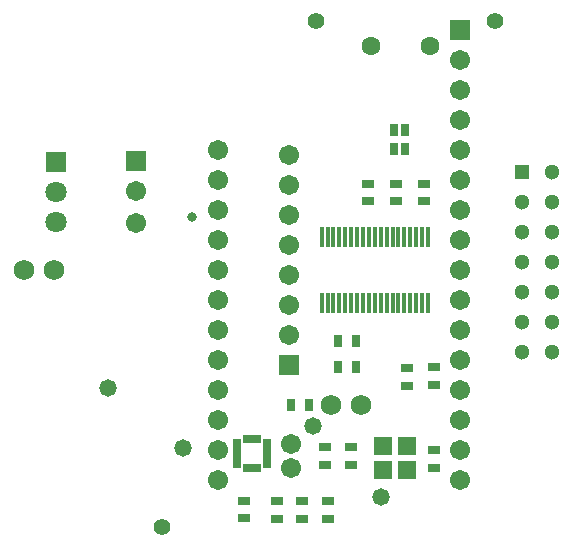
<source format=gts>
G04*
G04 #@! TF.GenerationSoftware,Altium Limited,Altium Designer,22.7.1 (60)*
G04*
G04 Layer_Color=8388736*
%FSLAX44Y44*%
%MOMM*%
G71*
G04*
G04 #@! TF.SameCoordinates,8A5828DB-0F62-4D68-8539-0FC61A56A6C0*
G04*
G04*
G04 #@! TF.FilePolarity,Negative*
G04*
G01*
G75*
%ADD15R,1.3000X1.3000*%
%ADD24R,1.5032X1.5032*%
%ADD25R,1.5032X1.5032*%
%ADD26R,0.7532X1.0032*%
%ADD27R,0.7000X1.0000*%
%ADD28R,1.0000X0.7000*%
%ADD29R,0.4000X1.7000*%
%ADD30R,0.6932X0.5532*%
%ADD31R,0.5532X0.6932*%
%ADD32R,0.6932X0.5032*%
%ADD33R,1.7032X1.7032*%
%ADD34C,1.7032*%
%ADD35C,1.3000*%
%ADD36C,1.7532*%
%ADD37C,1.4032*%
%ADD38C,1.6012*%
%ADD39R,1.8032X1.8032*%
%ADD40C,1.8032*%
%ADD41C,1.4732*%
%ADD42C,0.8032*%
D15*
X461600Y365400D02*
D03*
D24*
X364000Y113000D02*
D03*
X344000Y133000D02*
D03*
X364000D02*
D03*
D25*
X344000Y113000D02*
D03*
D26*
X353500Y401000D02*
D03*
Y385000D02*
D03*
X362500D02*
D03*
Y401000D02*
D03*
D27*
X266000Y168000D02*
D03*
X281000D02*
D03*
X321000Y222000D02*
D03*
X306000D02*
D03*
X321000Y200000D02*
D03*
X306000D02*
D03*
D28*
X355000Y340500D02*
D03*
Y355500D02*
D03*
X379000Y340500D02*
D03*
Y355500D02*
D03*
X387000Y115000D02*
D03*
Y130000D02*
D03*
X297000Y86500D02*
D03*
Y71500D02*
D03*
X275000Y86500D02*
D03*
Y71500D02*
D03*
X254000D02*
D03*
Y86500D02*
D03*
X226000Y72000D02*
D03*
Y87000D02*
D03*
X317000Y132500D02*
D03*
Y117500D02*
D03*
X295000Y132500D02*
D03*
Y117500D02*
D03*
X387000Y185000D02*
D03*
Y200000D02*
D03*
X364000Y184500D02*
D03*
Y199500D02*
D03*
X331000Y340500D02*
D03*
Y355500D02*
D03*
D29*
X292000Y310000D02*
D03*
X297000D02*
D03*
X302000D02*
D03*
X307000D02*
D03*
X312000D02*
D03*
X332000D02*
D03*
X327000D02*
D03*
X322000D02*
D03*
X317000D02*
D03*
X352000D02*
D03*
X347000D02*
D03*
X342000D02*
D03*
X337000D02*
D03*
X372000D02*
D03*
X367000D02*
D03*
X362000D02*
D03*
X357000D02*
D03*
X382000D02*
D03*
X377000D02*
D03*
Y254000D02*
D03*
X382000D02*
D03*
X357000D02*
D03*
X362000D02*
D03*
X367000D02*
D03*
X372000D02*
D03*
X337000D02*
D03*
X342000D02*
D03*
X347000D02*
D03*
X352000D02*
D03*
X317000D02*
D03*
X322000D02*
D03*
X327000D02*
D03*
X332000D02*
D03*
X312000D02*
D03*
X307000D02*
D03*
X302000D02*
D03*
X297000D02*
D03*
X292000D02*
D03*
D30*
X245600Y117000D02*
D03*
Y122000D02*
D03*
Y127000D02*
D03*
Y132000D02*
D03*
Y137000D02*
D03*
X220400D02*
D03*
Y132000D02*
D03*
Y127000D02*
D03*
Y122000D02*
D03*
D31*
X238000Y139600D02*
D03*
X233000D02*
D03*
X228000D02*
D03*
Y114400D02*
D03*
X233000D02*
D03*
X238000D02*
D03*
D32*
X220400Y117000D02*
D03*
D33*
X409000Y485600D02*
D03*
X135000Y375000D02*
D03*
X264000Y201600D02*
D03*
D34*
X409000Y460200D02*
D03*
Y434800D02*
D03*
Y409400D02*
D03*
Y384000D02*
D03*
Y358600D02*
D03*
Y333200D02*
D03*
Y307800D02*
D03*
Y282400D02*
D03*
Y257000D02*
D03*
Y231600D02*
D03*
Y206200D02*
D03*
Y180800D02*
D03*
Y155400D02*
D03*
Y130000D02*
D03*
Y104600D02*
D03*
X204530Y231600D02*
D03*
Y257000D02*
D03*
Y206200D02*
D03*
Y384000D02*
D03*
Y333200D02*
D03*
Y282400D02*
D03*
Y307800D02*
D03*
Y358600D02*
D03*
Y155400D02*
D03*
Y130000D02*
D03*
Y104600D02*
D03*
Y180800D02*
D03*
X135000Y349600D02*
D03*
Y322000D02*
D03*
X264000Y379400D02*
D03*
Y354000D02*
D03*
Y328600D02*
D03*
Y303200D02*
D03*
Y277800D02*
D03*
Y252400D02*
D03*
Y227000D02*
D03*
X266000Y135000D02*
D03*
Y115000D02*
D03*
D35*
X487000Y365400D02*
D03*
Y340000D02*
D03*
X461600D02*
D03*
X487000Y314600D02*
D03*
X461600D02*
D03*
X487000Y289200D02*
D03*
X461600D02*
D03*
X487000Y263800D02*
D03*
X461600D02*
D03*
X487000Y238400D02*
D03*
X461600D02*
D03*
X487000Y213000D02*
D03*
X461600D02*
D03*
D36*
X299600Y168000D02*
D03*
X325000D02*
D03*
X65400Y282000D02*
D03*
X40000D02*
D03*
D37*
X439000Y493000D02*
D03*
X287000D02*
D03*
X157000Y65000D02*
D03*
D38*
X384000Y472000D02*
D03*
X334000D02*
D03*
D39*
X67000Y373400D02*
D03*
D40*
Y348000D02*
D03*
Y322600D02*
D03*
D41*
X342000Y90000D02*
D03*
X175000Y132000D02*
D03*
X285000Y150000D02*
D03*
X111000Y182000D02*
D03*
D42*
X182000Y327000D02*
D03*
M02*

</source>
